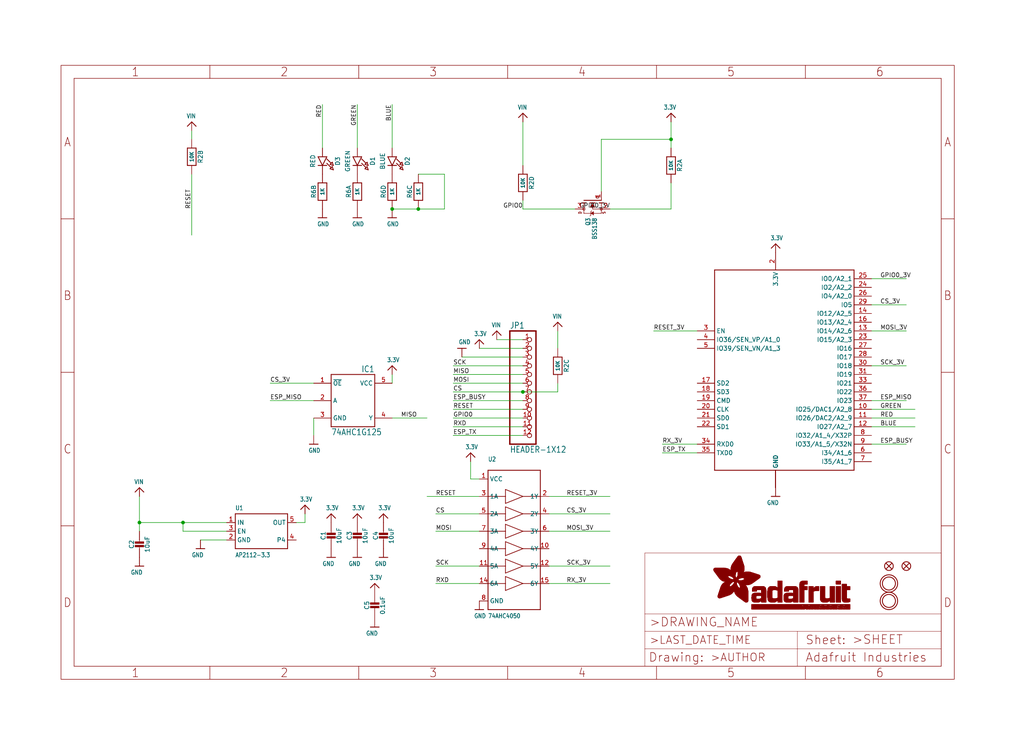
<source format=kicad_sch>
(kicad_sch (version 20211123) (generator eeschema)
  (paper "User" 298.45 217.881)
  (lib_symbols
    (symbol "eagleSchem-eagle-import:3.3V" (power)
      (property "Value" "3.3V" (at -1.524 1.016 0))
      (symbol "3.3V_1_0"
        (pin power_in line (at 0 -2.54 90) (length 2.54) (name "3.3V") (number "1"))
      )
    )
    (symbol "eagleSchem-eagle-import:74AHC1G125"
      (property "Reference" "IC" (at 7.62 10.16 0))
      (property "Value" "74AHC1G125" (at -5.08 -10.16 0))
      (symbol "74AHC1G125_1_0"
        (pin input line (at -10.16 5.08 0) (length 5.08) (name "~{OE}") (number "1"))
        (pin input line (at -10.16 0 0) (length 5.08) (name "A") (number "2"))
        (pin power_in line (at -10.16 -5.08 0) (length 5.08) (name "GND") (number "3"))
        (pin output line (at 12.7 -5.08 180) (length 5.08) (name "Y") (number "4"))
        (pin power_in line (at 12.7 5.08 180) (length 5.08) (name "VCC") (number "5"))
      )
    )
    (symbol "eagleSchem-eagle-import:74HC4050DTSSOP"
      (property "Reference" "U" (at -7.62 22.86 0))
      (property "Value" "74HC4050DTSSOP" (at -7.62 -22.86 0))
      (symbol "74HC4050DTSSOP_1_0"
        (pin bidirectional line (at -10.16 17.78 0) (length 2.54) (name "VCC") (number "1"))
        (pin bidirectional line (at 10.16 -2.54 180) (length 2.54) (name "4Y") (number "10"))
        (pin bidirectional line (at -10.16 -7.62 0) (length 2.54) (name "5A") (number "11"))
        (pin bidirectional line (at 10.16 -7.62 180) (length 2.54) (name "5Y") (number "12"))
        (pin bidirectional line (at -10.16 -12.7 0) (length 2.54) (name "6A") (number "14"))
        (pin bidirectional line (at 10.16 -12.7 180) (length 2.54) (name "6Y") (number "15"))
        (pin bidirectional line (at 10.16 12.7 180) (length 2.54) (name "1Y") (number "2"))
        (pin bidirectional line (at -10.16 12.7 0) (length 2.54) (name "1A") (number "3"))
        (pin bidirectional line (at 10.16 7.62 180) (length 2.54) (name "2Y") (number "4"))
        (pin bidirectional line (at -10.16 7.62 0) (length 2.54) (name "2A") (number "5"))
        (pin bidirectional line (at 10.16 2.54 180) (length 2.54) (name "3Y") (number "6"))
        (pin bidirectional line (at -10.16 2.54 0) (length 2.54) (name "3A") (number "7"))
        (pin bidirectional line (at -10.16 -17.78 0) (length 2.54) (name "GND") (number "8"))
        (pin bidirectional line (at -10.16 -2.54 0) (length 2.54) (name "4A") (number "9"))
      )
    )
    (symbol "eagleSchem-eagle-import:CAP_CERAMIC0603_NO"
      (property "Reference" "C" (at -2.29 1.25 90))
      (property "Value" "CAP_CERAMIC0603_NO" (at 2.3 1.25 90))
      (symbol "CAP_CERAMIC0603_NO_1_0"
        (pin passive line (at 0 5.08 270) (length 2.54) (name "1") (number "1"))
        (pin passive line (at 0 -2.54 90) (length 2.54) (name "2") (number "2"))
      )
    )
    (symbol "eagleSchem-eagle-import:CAP_CERAMIC0805-NOOUTLINE"
      (property "Reference" "C" (at -2.29 1.25 90))
      (property "Value" "CAP_CERAMIC0805-NOOUTLINE" (at 2.3 1.25 90))
      (symbol "CAP_CERAMIC0805-NOOUTLINE_1_0"
        (pin passive line (at 0 5.08 270) (length 2.54) (name "1") (number "1"))
        (pin passive line (at 0 -2.54 90) (length 2.54) (name "2") (number "2"))
      )
    )
    (symbol "eagleSchem-eagle-import:ESP32_WROOM32"
      (symbol "ESP32_WROOM32_1_0"
        (pin passive line (at 0 -27.94 90) (length 5.08) (name "GND") (number "1"))
        (pin bidirectional line (at 27.94 -5.08 180) (length 5.08) (name "IO25/DAC1/A2_8") (number "10"))
        (pin bidirectional line (at 27.94 -7.62 180) (length 5.08) (name "IO26/DAC2/A2_9") (number "11"))
        (pin bidirectional line (at 27.94 -10.16 180) (length 5.08) (name "IO27/A2_7") (number "12"))
        (pin bidirectional line (at 27.94 17.78 180) (length 5.08) (name "IO14/A2_6") (number "13"))
        (pin bidirectional line (at 27.94 22.86 180) (length 5.08) (name "IO12/A2_5") (number "14"))
        (pin passive line (at 0 -27.94 90) (length 5.08) (name "GND") (number "15"))
        (pin bidirectional line (at 27.94 20.32 180) (length 5.08) (name "IO13/A2_4") (number "16"))
        (pin bidirectional line (at -22.86 2.54 0) (length 5.08) (name "SD2") (number "17"))
        (pin bidirectional line (at -22.86 0 0) (length 5.08) (name "SD3") (number "18"))
        (pin bidirectional line (at -22.86 -2.54 0) (length 5.08) (name "CMD") (number "19"))
        (pin passive line (at 0 40.64 270) (length 5.08) (name "3.3V") (number "2"))
        (pin bidirectional line (at -22.86 -5.08 0) (length 5.08) (name "CLK") (number "20"))
        (pin bidirectional line (at -22.86 -7.62 0) (length 5.08) (name "SD0") (number "21"))
        (pin bidirectional line (at -22.86 -10.16 0) (length 5.08) (name "SD1") (number "22"))
        (pin bidirectional line (at 27.94 15.24 180) (length 5.08) (name "IO15/A2_3") (number "23"))
        (pin bidirectional line (at 27.94 30.48 180) (length 5.08) (name "IO2/A2_2") (number "24"))
        (pin bidirectional line (at 27.94 33.02 180) (length 5.08) (name "IO0/A2_1") (number "25"))
        (pin bidirectional line (at 27.94 27.94 180) (length 5.08) (name "IO4/A2_0") (number "26"))
        (pin bidirectional line (at 27.94 12.7 180) (length 5.08) (name "IO16") (number "27"))
        (pin bidirectional line (at 27.94 10.16 180) (length 5.08) (name "IO17") (number "28"))
        (pin bidirectional line (at 27.94 25.4 180) (length 5.08) (name "IO5") (number "29"))
        (pin input line (at -22.86 17.78 0) (length 5.08) (name "EN") (number "3"))
        (pin bidirectional line (at 27.94 7.62 180) (length 5.08) (name "IO18") (number "30"))
        (pin bidirectional line (at 27.94 5.08 180) (length 5.08) (name "IO19") (number "31"))
        (pin bidirectional line (at 27.94 2.54 180) (length 5.08) (name "IO21") (number "33"))
        (pin input line (at -22.86 -15.24 0) (length 5.08) (name "RXD0") (number "34"))
        (pin output line (at -22.86 -17.78 0) (length 5.08) (name "TXD0") (number "35"))
        (pin bidirectional line (at 27.94 0 180) (length 5.08) (name "IO22") (number "36"))
        (pin bidirectional line (at 27.94 -2.54 180) (length 5.08) (name "IO23") (number "37"))
        (pin passive line (at 0 -27.94 90) (length 5.08) (name "GND") (number "38"))
        (pin passive line (at -22.86 15.24 0) (length 5.08) (name "IO36/SEN_VP/A1_0") (number "4"))
        (pin passive line (at -22.86 12.7 0) (length 5.08) (name "IO39/SEN_VN/A1_3") (number "5"))
        (pin bidirectional line (at 27.94 -17.78 180) (length 5.08) (name "I34/A1_6") (number "6"))
        (pin bidirectional line (at 27.94 -20.32 180) (length 5.08) (name "I35/A1_7") (number "7"))
        (pin bidirectional line (at 27.94 -12.7 180) (length 5.08) (name "IO32/A1_4/X32P") (number "8"))
        (pin bidirectional line (at 27.94 -15.24 180) (length 5.08) (name "IO33/A1_5/X32N") (number "9"))
        (pin passive line (at 0 -27.94 90) (length 5.08) (name "GND") (number "P$1"))
      )
    )
    (symbol "eagleSchem-eagle-import:FIDUCIAL_1MM")
    (symbol "eagleSchem-eagle-import:FRAME_A4_ADAFRUIT"
      (symbol "FRAME_A4_ADAFRUIT_0_0"
        (text "1" (at 21.6958 1.905 0) (effects (font (size 2.54 2.286))))
        (text "1" (at 21.6958 177.165 0) (effects (font (size 2.54 2.286))))
        (text "2" (at 65.0875 1.905 0) (effects (font (size 2.54 2.286))))
        (text "2" (at 65.0875 177.165 0) (effects (font (size 2.54 2.286))))
        (text "3" (at 108.4792 1.905 0) (effects (font (size 2.54 2.286))))
        (text "3" (at 108.4792 177.165 0) (effects (font (size 2.54 2.286))))
        (text "4" (at 151.8708 1.905 0) (effects (font (size 2.54 2.286))))
        (text "4" (at 151.8708 177.165 0) (effects (font (size 2.54 2.286))))
        (text "5" (at 195.2625 1.905 0) (effects (font (size 2.54 2.286))))
        (text "5" (at 195.2625 177.165 0) (effects (font (size 2.54 2.286))))
        (text "6" (at 238.6542 1.905 0) (effects (font (size 2.54 2.286))))
        (text "6" (at 238.6542 177.165 0) (effects (font (size 2.54 2.286))))
        (text "A" (at 1.905 156.6863 0) (effects (font (size 2.54 2.286))))
        (text "A" (at 258.445 156.6863 0) (effects (font (size 2.54 2.286))))
        (text "B" (at 1.905 111.9188 0) (effects (font (size 2.54 2.286))))
        (text "B" (at 258.445 111.9188 0) (effects (font (size 2.54 2.286))))
        (text "C" (at 1.905 67.1513 0) (effects (font (size 2.54 2.286))))
        (text "C" (at 258.445 67.1513 0) (effects (font (size 2.54 2.286))))
        (text "D" (at 1.905 22.3838 0) (effects (font (size 2.54 2.286))))
        (text "D" (at 258.445 22.3838 0) (effects (font (size 2.54 2.286))))
      )
      (symbol "FRAME_A4_ADAFRUIT_1_0"
        (text ">AUTHOR" (at 189.23 5.08 0) (effects (font (size 2.286 2.286)) (justify left bottom)))
        (text ">DRAWING_NAME" (at 171.45 15.24 0) (effects (font (size 2.54 2.54)) (justify left bottom)))
        (text ">LAST_DATE_TIME" (at 171.45 10.16 0) (effects (font (size 2.286 2.286)) (justify left bottom)))
        (text ">SHEET" (at 230.505 10.16 0) (effects (font (size 2.54 2.54)) (justify left bottom)))
        (text "Adafruit Industries" (at 216.916 4.953 0) (effects (font (size 2.54 2.54)) (justify left bottom)))
        (text "Drawing:" (at 171.196 4.953 0) (effects (font (size 2.54 2.54)) (justify left bottom)))
        (text "Sheet:" (at 216.916 10.033 0) (effects (font (size 2.54 2.54)) (justify left bottom)))
      )
    )
    (symbol "eagleSchem-eagle-import:GND" (power)
      (property "Value" "GND" (at -1.524 -2.54 0))
      (symbol "GND_1_0"
        (pin power_in line (at 0 2.54 270) (length 2.54) (name "GND") (number "1"))
      )
    )
    (symbol "eagleSchem-eagle-import:HEADER-1X12"
      (property "Reference" "JP" (at -6.35 18.415 0))
      (property "Value" "HEADER-1X12" (at -6.35 -17.78 0))
      (symbol "HEADER-1X12_1_0"
        (pin passive inverted (at -2.54 15.24 0) (length 2.54) (name "1") (number "1"))
        (pin passive inverted (at -2.54 -7.62 0) (length 2.54) (name "10") (number "10"))
        (pin passive inverted (at -2.54 -10.16 0) (length 2.54) (name "11") (number "11"))
        (pin passive inverted (at -2.54 -12.7 0) (length 2.54) (name "12") (number "12"))
        (pin passive inverted (at -2.54 12.7 0) (length 2.54) (name "2") (number "2"))
        (pin passive inverted (at -2.54 10.16 0) (length 2.54) (name "3") (number "3"))
        (pin passive inverted (at -2.54 7.62 0) (length 2.54) (name "4") (number "4"))
        (pin passive inverted (at -2.54 5.08 0) (length 2.54) (name "5") (number "5"))
        (pin passive inverted (at -2.54 2.54 0) (length 2.54) (name "6") (number "6"))
        (pin passive inverted (at -2.54 0 0) (length 2.54) (name "7") (number "7"))
        (pin passive inverted (at -2.54 -2.54 0) (length 2.54) (name "8") (number "8"))
        (pin passive inverted (at -2.54 -5.08 0) (length 2.54) (name "9") (number "9"))
      )
    )
    (symbol "eagleSchem-eagle-import:LED0603_NOOUTLINE"
      (property "Reference" "D" (at -1.27 4.445 0))
      (property "Value" "LED0603_NOOUTLINE" (at -1.27 -2.794 0))
      (symbol "LED0603_NOOUTLINE_1_0"
        (pin passive line (at -5.08 0 0) (length 2.54) (name "A") (number "A"))
        (pin passive line (at 2.54 0 180) (length 2.54) (name "C") (number "C"))
      )
    )
    (symbol "eagleSchem-eagle-import:MOSFET-NWIDE"
      (property "Reference" "Q" (at 5.08 0.635 0))
      (property "Value" "MOSFET-NWIDE" (at 5.08 -1.27 0))
      (symbol "MOSFET-NWIDE_1_0"
        (text "D" (at 3.175 3.175 0) (effects (font (size 0.8128 0.6908)) (justify left bottom)))
        (text "G" (at -1.27 -1.905 0) (effects (font (size 0.8128 0.6908)) (justify left bottom)))
        (text "S" (at 3.175 -3.81 0) (effects (font (size 0.8128 0.6908)) (justify left bottom)))
        (pin bidirectional line (at -2.54 -2.54 0) (length 2.54) (name "G") (number "1"))
        (pin bidirectional line (at 2.54 -5.08 90) (length 2.54) (name "S") (number "2"))
        (pin bidirectional line (at 2.54 5.08 270) (length 2.54) (name "D") (number "3"))
      )
    )
    (symbol "eagleSchem-eagle-import:MOUNTINGHOLE2.5")
    (symbol "eagleSchem-eagle-import:RESISTOR_4PACK"
      (property "Reference" "R" (at 0 2.54 0))
      (property "Value" "RESISTOR_4PACK" (at 0 0 0))
      (symbol "RESISTOR_4PACK_1_0"
        (pin passive line (at -5.08 0 0) (length 2.54) (name "1") (number "1"))
        (pin passive line (at 5.08 0 180) (length 2.54) (name "2") (number "8"))
      )
      (symbol "RESISTOR_4PACK_2_0"
        (pin passive line (at -5.08 0 0) (length 2.54) (name "1") (number "2"))
        (pin passive line (at 5.08 0 180) (length 2.54) (name "2") (number "7"))
      )
      (symbol "RESISTOR_4PACK_3_0"
        (pin passive line (at -5.08 0 0) (length 2.54) (name "1") (number "3"))
        (pin passive line (at 5.08 0 180) (length 2.54) (name "2") (number "6"))
      )
      (symbol "RESISTOR_4PACK_4_0"
        (pin passive line (at -5.08 0 0) (length 2.54) (name "1") (number "4"))
        (pin passive line (at 5.08 0 180) (length 2.54) (name "2") (number "5"))
      )
    )
    (symbol "eagleSchem-eagle-import:VIN" (power)
      (property "Value" "VIN" (at -1.524 1.016 0))
      (symbol "VIN_1_0"
        (pin power_in line (at 0 -2.54 90) (length 2.54) (name "VIN") (number "1"))
      )
    )
    (symbol "eagleSchem-eagle-import:VREG_SOT23-5"
      (property "Reference" "U" (at -7.62 6.096 0))
      (property "Value" "VREG_SOT23-5" (at -7.62 -7.62 0))
      (symbol "VREG_SOT23-5_1_0"
        (pin power_in line (at -10.16 2.54 0) (length 2.54) (name "IN") (number "1"))
        (pin power_in line (at -10.16 -2.54 0) (length 2.54) (name "GND") (number "2"))
        (pin input line (at -10.16 0 0) (length 2.54) (name "EN") (number "3"))
        (pin bidirectional line (at 10.16 -2.54 180) (length 2.54) (name "P4") (number "4"))
        (pin power_in line (at 10.16 2.54 180) (length 2.54) (name "OUT") (number "5"))
      )
    )
  )
  (junction (at 195.58 40.64))
  (junction (at 114.3 60.96))
  (junction (at 152.4 114.3))
  (junction (at 40.64 152.4))
  (junction (at 53.34 152.4))
  (junction (at 121.92 60.96))
  (wire (pts (xy 58.42 157.48) (xy 66.04 157.48)))
  (wire (pts (xy 195.58 40.64) (xy 195.58 35.56)))
  (wire (pts (xy 195.58 40.64) (xy 195.58 43.18)))
  (wire (pts (xy 104.14 43.18) (xy 104.14 30.48)))
  (wire (pts (xy 254 129.54) (xy 264.16 129.54)))
  (wire (pts (xy 139.7 144.78) (xy 124.46 144.78)))
  (wire (pts (xy 114.3 121.92) (xy 124.46 121.92)))
  (wire (pts (xy 152.4 106.68) (xy 132.08 106.68)))
  (wire (pts (xy 160.02 154.94) (xy 177.8 154.94)))
  (wire (pts (xy 132.08 121.92) (xy 152.4 121.92)))
  (wire (pts (xy 254 96.52) (xy 264.16 96.52)))
  (wire (pts (xy 152.4 127) (xy 132.08 127)))
  (wire (pts (xy 152.4 114.3) (xy 162.56 114.3)))
  (wire (pts (xy 264.16 116.84) (xy 254 116.84)))
  (wire (pts (xy 195.58 60.96) (xy 195.58 53.34)))
  (wire (pts (xy 254 119.38) (xy 266.7 119.38)))
  (wire (pts (xy 129.54 50.8) (xy 121.92 50.8)))
  (wire (pts (xy 152.4 101.6) (xy 139.7 101.6)))
  (wire (pts (xy 132.08 124.46) (xy 152.4 124.46)))
  (wire (pts (xy 152.4 48.26) (xy 152.4 35.56)))
  (wire (pts (xy 137.16 139.7) (xy 137.16 134.62)))
  (wire (pts (xy 254 81.28) (xy 264.16 81.28)))
  (wire (pts (xy 66.04 152.4) (xy 53.34 152.4)))
  (wire (pts (xy 132.08 111.76) (xy 152.4 111.76)))
  (wire (pts (xy 55.88 38.1) (xy 55.88 40.64)))
  (wire (pts (xy 55.88 50.8) (xy 55.88 68.58)))
  (wire (pts (xy 266.7 124.46) (xy 254 124.46)))
  (wire (pts (xy 254 121.92) (xy 266.7 121.92)))
  (wire (pts (xy 127 154.94) (xy 139.7 154.94)))
  (wire (pts (xy 132.08 114.3) (xy 152.4 114.3)))
  (wire (pts (xy 40.64 152.4) (xy 40.64 154.94)))
  (wire (pts (xy 78.74 111.76) (xy 91.44 111.76)))
  (wire (pts (xy 53.34 152.4) (xy 40.64 152.4)))
  (wire (pts (xy 160.02 165.1) (xy 177.8 165.1)))
  (wire (pts (xy 264.16 88.9) (xy 254 88.9)))
  (wire (pts (xy 175.26 40.64) (xy 195.58 40.64)))
  (wire (pts (xy 91.44 121.92) (xy 91.44 127)))
  (wire (pts (xy 203.2 132.08) (xy 193.04 132.08)))
  (wire (pts (xy 53.34 154.94) (xy 66.04 154.94)))
  (wire (pts (xy 152.4 99.06) (xy 144.78 99.06)))
  (wire (pts (xy 152.4 104.14) (xy 134.62 104.14)))
  (wire (pts (xy 127 149.86) (xy 139.7 149.86)))
  (wire (pts (xy 114.3 43.18) (xy 114.3 30.48)))
  (wire (pts (xy 162.56 114.3) (xy 162.56 111.76)))
  (wire (pts (xy 114.3 109.22) (xy 114.3 111.76)))
  (wire (pts (xy 162.56 96.52) (xy 162.56 101.6)))
  (wire (pts (xy 177.8 149.86) (xy 160.02 149.86)))
  (wire (pts (xy 93.98 43.18) (xy 93.98 30.48)))
  (wire (pts (xy 152.4 119.38) (xy 132.08 119.38)))
  (wire (pts (xy 203.2 96.52) (xy 190.5 96.52)))
  (wire (pts (xy 167.64 60.96) (xy 152.4 60.96)))
  (wire (pts (xy 40.64 144.78) (xy 40.64 152.4)))
  (wire (pts (xy 264.16 106.68) (xy 254 106.68)))
  (wire (pts (xy 132.08 116.84) (xy 152.4 116.84)))
  (wire (pts (xy 53.34 154.94) (xy 53.34 152.4)))
  (wire (pts (xy 175.26 55.88) (xy 175.26 40.64)))
  (wire (pts (xy 177.8 60.96) (xy 195.58 60.96)))
  (wire (pts (xy 88.9 152.4) (xy 88.9 149.86)))
  (wire (pts (xy 78.74 116.84) (xy 91.44 116.84)))
  (wire (pts (xy 132.08 109.22) (xy 152.4 109.22)))
  (wire (pts (xy 86.36 152.4) (xy 88.9 152.4)))
  (wire (pts (xy 121.92 60.96) (xy 129.54 60.96)))
  (wire (pts (xy 127 165.1) (xy 139.7 165.1)))
  (wire (pts (xy 139.7 139.7) (xy 137.16 139.7)))
  (wire (pts (xy 129.54 60.96) (xy 129.54 50.8)))
  (wire (pts (xy 127 170.18) (xy 139.7 170.18)))
  (wire (pts (xy 160.02 144.78) (xy 177.8 144.78)))
  (wire (pts (xy 152.4 60.96) (xy 152.4 58.42)))
  (wire (pts (xy 203.2 129.54) (xy 193.04 129.54)))
  (wire (pts (xy 114.3 60.96) (xy 121.92 60.96)))
  (wire (pts (xy 160.02 170.18) (xy 177.8 170.18)))
  (label "SCK" (at 132.08 106.68 0) (effects (font (size 1.2446 1.2446))))
  (label "SCK" (at 127 165.1 0) (effects (font (size 1.2446 1.2446))))
  (label "RXD" (at 132.08 124.46 0) (effects (font (size 1.2446 1.2446))))
  (label "GPIO0_3V" (at 177.8 60.96 180) (effects (font (size 1.2446 1.2446))))
  (label "CS_3V" (at 165.1 149.86 0) (effects (font (size 1.2446 1.2446))))
  (label "GPIO0" (at 152.4 60.96 180) (effects (font (size 1.2446 1.2446))))
  (label "GREEN" (at 104.14 30.48 270) (effects (font (size 1.2446 1.2446))))
  (label "RXD" (at 127 170.18 0) (effects (font (size 1.2446 1.2446))))
  (label "SCK_3V" (at 165.1 165.1 0) (effects (font (size 1.2446 1.2446))))
  (label "GPIO0" (at 132.08 121.92 0) (effects (font (size 1.2446 1.2446))))
  (label "GREEN" (at 256.54 119.38 0) (effects (font (size 1.2446 1.2446))))
  (label "GPIO0_3V" (at 256.54 81.28 0) (effects (font (size 1.2446 1.2446))))
  (label "RX_3V" (at 165.1 170.18 0) (effects (font (size 1.2446 1.2446))))
  (label "BLUE" (at 114.3 30.48 270) (effects (font (size 1.2446 1.2446))))
  (label "RESET" (at 127 144.78 0) (effects (font (size 1.2446 1.2446))))
  (label "ESP_MISO" (at 78.74 116.84 0) (effects (font (size 1.2446 1.2446))))
  (label "MOSI" (at 132.08 111.76 0) (effects (font (size 1.2446 1.2446))))
  (label "CS" (at 132.08 114.3 0) (effects (font (size 1.2446 1.2446))))
  (label "ESP_TX" (at 132.08 127 0) (effects (font (size 1.2446 1.2446))))
  (label "RED" (at 256.54 121.92 0) (effects (font (size 1.2446 1.2446))))
  (label "RESET" (at 55.88 60.96 90) (effects (font (size 1.2446 1.2446))))
  (label "RESET_3V" (at 165.1 144.78 0) (effects (font (size 1.2446 1.2446))))
  (label "CS_3V" (at 78.74 111.76 0) (effects (font (size 1.2446 1.2446))))
  (label "CS_3V" (at 256.54 88.9 0) (effects (font (size 1.2446 1.2446))))
  (label "MOSI" (at 127 154.94 0) (effects (font (size 1.2446 1.2446))))
  (label "RX_3V" (at 193.04 129.54 0) (effects (font (size 1.2446 1.2446))))
  (label "MISO" (at 116.84 121.92 0) (effects (font (size 1.2446 1.2446))))
  (label "ESP_BUSY" (at 132.08 116.84 0) (effects (font (size 1.2446 1.2446))))
  (label "ESP_MISO" (at 256.54 116.84 0) (effects (font (size 1.2446 1.2446))))
  (label "BLUE" (at 256.54 124.46 0) (effects (font (size 1.2446 1.2446))))
  (label "RESET_3V" (at 190.5 96.52 0) (effects (font (size 1.2446 1.2446))))
  (label "MOSI_3V" (at 165.1 154.94 0) (effects (font (size 1.2446 1.2446))))
  (label "CS" (at 127 149.86 0) (effects (font (size 1.2446 1.2446))))
  (label "ESP_BUSY" (at 256.54 129.54 0) (effects (font (size 1.2446 1.2446))))
  (label "ESP_TX" (at 193.04 132.08 0) (effects (font (size 1.2446 1.2446))))
  (label "MOSI_3V" (at 256.54 96.52 0) (effects (font (size 1.2446 1.2446))))
  (label "RED" (at 93.98 30.48 270) (effects (font (size 1.2446 1.2446))))
  (label "SCK_3V" (at 256.54 106.68 0) (effects (font (size 1.2446 1.2446))))
  (label "MISO" (at 132.08 109.22 0) (effects (font (size 1.2446 1.2446))))
  (label "RESET" (at 132.08 119.38 0) (effects (font (size 1.2446 1.2446))))
  (symbol (lib_id "eagleSchem-eagle-import:FIDUCIAL_1MM") (at 264.16 165.1 0) (unit 1)
    (property "Reference" "FID1" (effects hide))
    (property "Value" "FIDUCIAL_1MM" (effects hide))
    (property "Footprint" "eagleSchem:FIDUCIAL_1MM" (effects hide))
  )
  (symbol (lib_id "eagleSchem-eagle-import:MOUNTINGHOLE2.5") (at 259.08 175.26 0) (unit 1)
    (property "Reference" "U$15" (effects hide))
    (property "Value" "MOUNTINGHOLE2.5" (effects hide))
    (property "Footprint" "eagleSchem:MOUNTINGHOLE_2.5_PLATED" (effects hide))
  )
  (symbol (lib_id "eagleSchem-eagle-import:VIN") (at 162.56 93.98 0) (unit 1)
    (property "Reference" "#U$9" (effects hide))
    (property "Value" "VIN" (at 161.036 92.964 0) (effects (font (size 1.27 1.0795)) (justify left bottom)))
    (property "Footprint" "eagleSchem:" (effects hide))
  )
  (symbol (lib_id "eagleSchem-eagle-import:GND") (at 114.3 63.5 0) (unit 1)
    (property "Reference" "#U$20" (effects hide))
    (property "Value" "GND" (at 112.776 66.04 0) (effects (font (size 1.27 1.0795)) (justify left bottom)))
    (property "Footprint" "eagleSchem:" (effects hide))
  )
  (symbol (lib_id "eagleSchem-eagle-import:3.3V") (at 137.16 132.08 0) (unit 1)
    (property "Reference" "#U$3" (effects hide))
    (property "Value" "3.3V" (at 135.636 131.064 0) (effects (font (size 1.27 1.0795)) (justify left bottom)))
    (property "Footprint" "eagleSchem:" (effects hide))
  )
  (symbol (lib_id "eagleSchem-eagle-import:VIN") (at 152.4 33.02 0) (unit 1)
    (property "Reference" "#U$22" (effects hide))
    (property "Value" "VIN" (at 150.876 32.004 0) (effects (font (size 1.27 1.0795)) (justify left bottom)))
    (property "Footprint" "eagleSchem:" (effects hide))
  )
  (symbol (lib_id "eagleSchem-eagle-import:GND") (at 91.44 129.54 0) (unit 1)
    (property "Reference" "#U$28" (effects hide))
    (property "Value" "GND" (at 89.916 132.08 0) (effects (font (size 1.27 1.0795)) (justify left bottom)))
    (property "Footprint" "eagleSchem:" (effects hide))
  )
  (symbol (lib_id "eagleSchem-eagle-import:VIN") (at 144.78 96.52 0) (unit 1)
    (property "Reference" "#U$1" (effects hide))
    (property "Value" "VIN" (at 143.256 95.504 0) (effects (font (size 1.27 1.0795)) (justify left bottom)))
    (property "Footprint" "eagleSchem:" (effects hide))
  )
  (symbol (lib_id "eagleSchem-eagle-import:CAP_CERAMIC0805-NOOUTLINE") (at 40.64 160.02 0) (unit 1)
    (property "Reference" "C2" (at 38.35 158.77 90))
    (property "Value" "10uF" (at 42.94 158.77 90))
    (property "Footprint" "eagleSchem:0805-NO" (effects hide))
  )
  (symbol (lib_id "eagleSchem-eagle-import:RESISTOR_4PACK") (at 152.4 53.34 270) (mirror x) (unit 4)
    (property "Reference" "R2" (at 154.94 53.34 0))
    (property "Value" "10K" (at 152.4 53.34 0) (effects (font (size 1.016 1.016) bold)))
    (property "Footprint" "eagleSchem:RESPACK_4X0603" (effects hide))
  )
  (symbol (lib_id "eagleSchem-eagle-import:GND") (at 134.62 101.6 180) (unit 1)
    (property "Reference" "#GND1" (effects hide))
    (property "Value" "GND" (at 137.16 99.06 0) (effects (font (size 1.27 1.0795)) (justify left bottom)))
    (property "Footprint" "eagleSchem:" (effects hide))
  )
  (symbol (lib_id "eagleSchem-eagle-import:CAP_CERAMIC0805-NOOUTLINE") (at 104.14 157.48 0) (unit 1)
    (property "Reference" "C3" (at 101.85 156.23 90))
    (property "Value" "10uF" (at 106.44 156.23 90))
    (property "Footprint" "eagleSchem:0805-NO" (effects hide))
  )
  (symbol (lib_id "eagleSchem-eagle-import:74HC4050DTSSOP") (at 149.86 157.48 0) (unit 1)
    (property "Reference" "U2" (at 142.24 134.62 0) (effects (font (size 1.27 1.0795)) (justify left bottom)))
    (property "Value" "74AHC4050" (at 142.24 180.34 0) (effects (font (size 1.27 1.0795)) (justify left bottom)))
    (property "Footprint" "eagleSchem:TSSOP16" (effects hide))
  )
  (symbol (lib_id "eagleSchem-eagle-import:RESISTOR_4PACK") (at 93.98 55.88 90) (unit 2)
    (property "Reference" "R6" (at 91.44 55.88 0))
    (property "Value" "1K" (at 93.98 55.88 0) (effects (font (size 1.016 1.016) bold)))
    (property "Footprint" "eagleSchem:RESPACK_4X0603" (effects hide))
  )
  (symbol (lib_id "eagleSchem-eagle-import:LED0603_NOOUTLINE") (at 114.3 48.26 270) (unit 1)
    (property "Reference" "D2" (at 118.745 46.99 0))
    (property "Value" "BLUE" (at 111.506 46.99 0))
    (property "Footprint" "eagleSchem:CHIPLED_0603_NOOUTLINE" (effects hide))
  )
  (symbol (lib_id "eagleSchem-eagle-import:MOUNTINGHOLE2.5") (at 259.08 170.18 0) (unit 1)
    (property "Reference" "U$16" (effects hide))
    (property "Value" "MOUNTINGHOLE2.5" (effects hide))
    (property "Footprint" "eagleSchem:MOUNTINGHOLE_2.5_PLATED" (effects hide))
  )
  (symbol (lib_id "eagleSchem-eagle-import:3.3V") (at 88.9 147.32 0) (unit 1)
    (property "Reference" "#U$6" (effects hide))
    (property "Value" "3.3V" (at 87.376 146.304 0) (effects (font (size 1.27 1.0795)) (justify left bottom)))
    (property "Footprint" "eagleSchem:" (effects hide))
  )
  (symbol (lib_id "eagleSchem-eagle-import:3.3V") (at 139.7 99.06 0) (unit 1)
    (property "Reference" "#U$5" (effects hide))
    (property "Value" "3.3V" (at 138.176 98.044 0) (effects (font (size 1.27 1.0795)) (justify left bottom)))
    (property "Footprint" "eagleSchem:" (effects hide))
  )
  (symbol (lib_id "eagleSchem-eagle-import:LED0603_NOOUTLINE") (at 93.98 48.26 270) (unit 1)
    (property "Reference" "D3" (at 98.425 46.99 0))
    (property "Value" "RED" (at 91.186 46.99 0))
    (property "Footprint" "eagleSchem:CHIPLED_0603_NOOUTLINE" (effects hide))
  )
  (symbol (lib_id "eagleSchem-eagle-import:3.3V") (at 195.58 33.02 0) (mirror y) (unit 1)
    (property "Reference" "#U$25" (effects hide))
    (property "Value" "3.3V" (at 197.104 32.004 0) (effects (font (size 1.27 1.0795)) (justify left bottom)))
    (property "Footprint" "eagleSchem:" (effects hide))
  )
  (symbol (lib_id "eagleSchem-eagle-import:3.3V") (at 109.22 170.18 0) (unit 1)
    (property "Reference" "#U$23" (effects hide))
    (property "Value" "3.3V" (at 107.696 169.164 0) (effects (font (size 1.27 1.0795)) (justify left bottom)))
    (property "Footprint" "eagleSchem:" (effects hide))
  )
  (symbol (lib_id "eagleSchem-eagle-import:CAP_CERAMIC0805-NOOUTLINE") (at 96.52 157.48 0) (unit 1)
    (property "Reference" "C1" (at 94.23 156.23 90))
    (property "Value" "10uF" (at 98.82 156.23 90))
    (property "Footprint" "eagleSchem:0805-NO" (effects hide))
  )
  (symbol (lib_id "eagleSchem-eagle-import:FRAME_A4_ADAFRUIT") (at 17.78 198.12 0) (unit 1)
    (property "Reference" "#U$8" (effects hide))
    (property "Value" "FRAME_A4_ADAFRUIT" (effects hide))
    (property "Footprint" "eagleSchem:" (effects hide))
  )
  (symbol (lib_id "eagleSchem-eagle-import:RESISTOR_4PACK") (at 195.58 48.26 270) (mirror x) (unit 1)
    (property "Reference" "R2" (at 198.12 48.26 0))
    (property "Value" "10K" (at 195.58 48.26 0) (effects (font (size 1.016 1.016) bold)))
    (property "Footprint" "eagleSchem:RESPACK_4X0603" (effects hide))
  )
  (symbol (lib_id "eagleSchem-eagle-import:3.3V") (at 104.14 149.86 0) (unit 1)
    (property "Reference" "#U$14" (effects hide))
    (property "Value" "3.3V" (at 102.616 148.844 0) (effects (font (size 1.27 1.0795)) (justify left bottom)))
    (property "Footprint" "eagleSchem:" (effects hide))
  )
  (symbol (lib_id "eagleSchem-eagle-import:3.3V") (at 114.3 106.68 0) (unit 1)
    (property "Reference" "#U$52" (effects hide))
    (property "Value" "3.3V" (at 112.776 105.664 0) (effects (font (size 1.27 1.0795)) (justify left bottom)))
    (property "Footprint" "eagleSchem:" (effects hide))
  )
  (symbol (lib_id "eagleSchem-eagle-import:GND") (at 40.64 165.1 0) (unit 1)
    (property "Reference" "#GND11" (effects hide))
    (property "Value" "GND" (at 38.1 167.64 0) (effects (font (size 1.27 1.0795)) (justify left bottom)))
    (property "Footprint" "eagleSchem:" (effects hide))
  )
  (symbol (lib_id "eagleSchem-eagle-import:GND") (at 226.06 144.78 0) (unit 1)
    (property "Reference" "#GND8" (effects hide))
    (property "Value" "GND" (at 223.52 147.32 0) (effects (font (size 1.27 1.0795)) (justify left bottom)))
    (property "Footprint" "eagleSchem:" (effects hide))
  )
  (symbol (lib_id "eagleSchem-eagle-import:HEADER-1X12") (at 154.94 114.3 0) (unit 1)
    (property "Reference" "JP1" (at 148.59 95.885 0) (effects (font (size 1.778 1.5113)) (justify left bottom)))
    (property "Value" "HEADER-1X12" (at 148.59 132.08 0) (effects (font (size 1.778 1.5113)) (justify left bottom)))
    (property "Footprint" "eagleSchem:1X12_ROUND" (effects hide))
  )
  (symbol (lib_id "eagleSchem-eagle-import:GND") (at 104.14 63.5 0) (unit 1)
    (property "Reference" "#U$18" (effects hide))
    (property "Value" "GND" (at 102.616 66.04 0) (effects (font (size 1.27 1.0795)) (justify left bottom)))
    (property "Footprint" "eagleSchem:" (effects hide))
  )
  (symbol (lib_id "eagleSchem-eagle-import:RESISTOR_4PACK") (at 114.3 55.88 90) (unit 4)
    (property "Reference" "R6" (at 111.76 55.88 0))
    (property "Value" "1K" (at 114.3 55.88 0) (effects (font (size 1.016 1.016) bold)))
    (property "Footprint" "eagleSchem:RESPACK_4X0603" (effects hide))
  )
  (symbol (lib_id "eagleSchem-eagle-import:CAP_CERAMIC0805-NOOUTLINE") (at 111.76 157.48 0) (unit 1)
    (property "Reference" "C4" (at 109.47 156.23 90))
    (property "Value" "10uF" (at 114.06 156.23 90))
    (property "Footprint" "eagleSchem:0805-NO" (effects hide))
  )
  (symbol (lib_id "eagleSchem-eagle-import:3.3V") (at 96.52 149.86 0) (unit 1)
    (property "Reference" "#U$7" (effects hide))
    (property "Value" "3.3V" (at 94.996 148.844 0) (effects (font (size 1.27 1.0795)) (justify left bottom)))
    (property "Footprint" "eagleSchem:" (effects hide))
  )
  (symbol (lib_id "eagleSchem-eagle-import:GND") (at 96.52 162.56 0) (unit 1)
    (property "Reference" "#GND2" (effects hide))
    (property "Value" "GND" (at 93.98 165.1 0) (effects (font (size 1.27 1.0795)) (justify left bottom)))
    (property "Footprint" "eagleSchem:" (effects hide))
  )
  (symbol (lib_id "eagleSchem-eagle-import:FIDUCIAL_1MM") (at 259.08 165.1 0) (unit 1)
    (property "Reference" "FID3" (effects hide))
    (property "Value" "FIDUCIAL_1MM" (effects hide))
    (property "Footprint" "eagleSchem:FIDUCIAL_1MM" (effects hide))
  )
  (symbol (lib_id "eagleSchem-eagle-import:GND") (at 139.7 177.8 0) (unit 1)
    (property "Reference" "#U$11" (effects hide))
    (property "Value" "GND" (at 138.176 180.34 0) (effects (font (size 1.27 1.0795)) (justify left bottom)))
    (property "Footprint" "eagleSchem:" (effects hide))
  )
  (symbol (lib_id "eagleSchem-eagle-import:GND") (at 58.42 160.02 0) (unit 1)
    (property "Reference" "#GND7" (effects hide))
    (property "Value" "GND" (at 55.88 162.56 0) (effects (font (size 1.27 1.0795)) (justify left bottom)))
    (property "Footprint" "eagleSchem:" (effects hide))
  )
  (symbol (lib_id "eagleSchem-eagle-import:LED0603_NOOUTLINE") (at 104.14 48.26 270) (unit 1)
    (property "Reference" "D1" (at 108.585 46.99 0))
    (property "Value" "GREEN" (at 101.346 46.99 0))
    (property "Footprint" "eagleSchem:CHIPLED_0603_NOOUTLINE" (effects hide))
  )
  (symbol (lib_id "eagleSchem-eagle-import:74AHC1G125") (at 101.6 116.84 0) (unit 1)
    (property "Reference" "IC1" (at 109.22 106.68 0) (effects (font (size 1.778 1.5113)) (justify right top)))
    (property "Value" "74AHC1G125" (at 96.52 127 0) (effects (font (size 1.778 1.5113)) (justify left bottom)))
    (property "Footprint" "eagleSchem:SOT23-5L" (effects hide))
  )
  (symbol (lib_id "eagleSchem-eagle-import:GND") (at 109.22 182.88 0) (unit 1)
    (property "Reference" "#GND3" (effects hide))
    (property "Value" "GND" (at 106.68 185.42 0) (effects (font (size 1.27 1.0795)) (justify left bottom)))
    (property "Footprint" "eagleSchem:" (effects hide))
  )
  (symbol (lib_id "eagleSchem-eagle-import:CAP_CERAMIC0603_NO") (at 109.22 177.8 0) (unit 1)
    (property "Reference" "C5" (at 106.93 176.55 90))
    (property "Value" "0.1uF" (at 111.52 176.55 90))
    (property "Footprint" "eagleSchem:0603-NO" (effects hide))
  )
  (symbol (lib_id "eagleSchem-eagle-import:RESISTOR_4PACK") (at 121.92 55.88 90) (unit 3)
    (property "Reference" "R6" (at 119.38 55.88 0))
    (property "Value" "1K" (at 121.92 55.88 0) (effects (font (size 1.016 1.016) bold)))
    (property "Footprint" "eagleSchem:RESPACK_4X0603" (effects hide))
  )
  (symbol (lib_id "eagleSchem-eagle-import:VIN") (at 40.64 142.24 0) (unit 1)
    (property "Reference" "#U$10" (effects hide))
    (property "Value" "VIN" (at 39.116 141.224 0) (effects (font (size 1.27 1.0795)) (justify left bottom)))
    (property "Footprint" "eagleSchem:" (effects hide))
  )
  (symbol (lib_id "eagleSchem-eagle-import:3.3V") (at 226.06 71.12 0) (unit 1)
    (property "Reference" "#U$19" (effects hide))
    (property "Value" "3.3V" (at 224.536 70.104 0) (effects (font (size 1.27 1.0795)) (justify left bottom)))
    (property "Footprint" "eagleSchem:" (effects hide))
  )
  (symbol (lib_id "eagleSchem-eagle-import:GND") (at 111.76 162.56 0) (unit 1)
    (property "Reference" "#GND10" (effects hide))
    (property "Value" "GND" (at 109.22 165.1 0) (effects (font (size 1.27 1.0795)) (justify left bottom)))
    (property "Footprint" "eagleSchem:" (effects hide))
  )
  (symbol (lib_id "eagleSchem-eagle-import:3.3V") (at 111.76 149.86 0) (unit 1)
    (property "Reference" "#U$17" (effects hide))
    (property "Value" "3.3V" (at 110.236 148.844 0) (effects (font (size 1.27 1.0795)) (justify left bottom)))
    (property "Footprint" "eagleSchem:" (effects hide))
  )
  (symbol (lib_id "eagleSchem-eagle-import:ESP32_WROOM32") (at 226.06 114.3 0) (unit 1)
    (property "Reference" "X1" (effects hide))
    (property "Value" "ESP32_WROOM32" (effects hide))
    (property "Footprint" "eagleSchem:WROOM32" (effects hide))
  )
  (symbol (lib_id "eagleSchem-eagle-import:MOSFET-NWIDE") (at 172.72 58.42 90) (mirror x) (unit 1)
    (property "Reference" "Q3" (at 172.085 63.5 0) (effects (font (size 1.27 1.0795)) (justify left bottom)))
    (property "Value" "BSS138" (at 173.99 63.5 0) (effects (font (size 1.27 1.0795)) (justify left bottom)))
    (property "Footprint" "eagleSchem:SOT23-WIDE" (effects hide))
  )
  (symbol (lib_id "eagleSchem-eagle-import:RESISTOR_4PACK") (at 162.56 106.68 270) (unit 3)
    (property "Reference" "R2" (at 165.1 106.68 0))
    (property "Value" "10K" (at 162.56 106.68 0) (effects (font (size 1.016 1.016) bold)))
    (property "Footprint" "eagleSchem:RESPACK_4X0603" (effects hide))
  )
  (symbol (lib_id "eagleSchem-eagle-import:RESISTOR_4PACK") (at 104.14 55.88 90) (unit 1)
    (property "Reference" "R6" (at 101.6 55.88 0))
    (property "Value" "1K" (at 104.14 55.88 0) (effects (font (size 1.016 1.016) bold)))
    (property "Footprint" "eagleSchem:RESPACK_4X0603" (effects hide))
  )
  (symbol (lib_id "eagleSchem-eagle-import:GND") (at 104.14 162.56 0) (unit 1)
    (property "Reference" "#GND9" (effects hide))
    (property "Value" "GND" (at 101.6 165.1 0) (effects (font (size 1.27 1.0795)) (justify left bottom)))
    (property "Footprint" "eagleSchem:" (effects hide))
  )
  (symbol (lib_id "eagleSchem-eagle-import:VREG_SOT23-5") (at 76.2 154.94 0) (unit 1)
    (property "Reference" "U1" (at 68.58 148.844 0) (effects (font (size 1.27 1.0795)) (justify left bottom)))
    (property "Value" "AP2112-3.3" (at 68.58 162.56 0) (effects (font (size 1.27 1.0795)) (justify left bottom)))
    (property "Footprint" "eagleSchem:SOT23-5" (effects hide))
  )
  (symbol (lib_id "eagleSchem-eagle-import:VIN") (at 55.88 35.56 0) (unit 1)
    (property "Reference" "#U$4" (effects hide))
    (property "Value" "VIN" (at 54.356 34.544 0) (effects (font (size 1.27 1.0795)) (justify left bottom)))
    (property "Footprint" "eagleSchem:" (effects hide))
  )
  (symbol (lib_id "eagleSchem-eagle-import:GND") (at 93.98 63.5 0) (unit 1)
    (property "Reference" "#U$12" (effects hide))
    (property "Value" "GND" (at 92.456 66.04 0) (effects (font (size 1.27 1.0795)) (justify left bottom)))
    (property "Footprint" "eagleSchem:" (effects hide))
  )
  (symbol (lib_id "eagleSchem-eagle-import:RESISTOR_4PACK") (at 55.88 45.72 270) (unit 2)
    (property "Reference" "R2" (at 58.42 45.72 0))
    (property "Value" "10K" (at 55.88 45.72 0) (effects (font (size 1.016 1.016) bold)))
    (property "Footprint" "eagleSchem:RESPACK_4X0603" (effects hide))
  )
)
</source>
